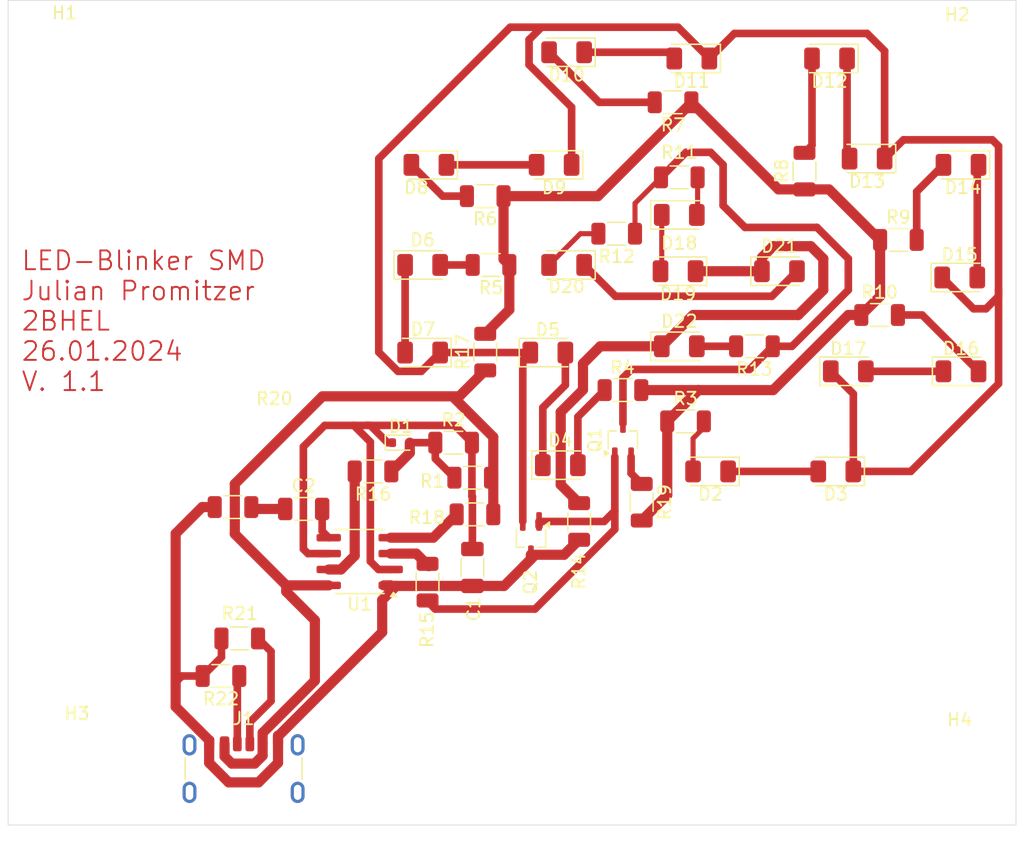
<source format=kicad_pcb>
(kicad_pcb (version 20240108) (generator "pcbnew") (generator_version "8.0")
  (layers (0 "F.Cu" signal) (31 "B.Cu" signal) (34 "B.Paste" user) (35 "F.Paste" user) (36 "B.SilkS" user "B.Silkscreen") (37 "F.SilkS" user "F.Silkscreen") (38 "B.Mask" user) (39 "F.Mask" user) (44 "Edge.Cuts" user))
  (net 0 "")
  (net 1 "GND")
  (net 2 "Net-(D1-K)")
  (net 3 "Net-(U1-CV)")
  (net 4 "Net-(D1-A)")
  (net 5 "Net-(D2-A)")
  (net 6 "Net-(D2-K)")
  (net 7 "Net-(D11-K)")
  (net 8 "Net-(D4-K)")
  (net 9 "Net-(D4-A)")
  (net 10 "Net-(D6-A)")
  (net 11 "Net-(D6-K)")
  (net 12 "Net-(D8-K)")
  (net 13 "Net-(D8-A)")
  (net 14 "Net-(D10-A)")
  (net 15 "Net-(D10-K)")
  (net 16 "Net-(D12-K)")
  (net 17 "Net-(D12-A)")
  (net 18 "Net-(D14-A)")
  (net 19 "Net-(D14-K)")
  (net 20 "Net-(D16-A)")
  (net 21 "Net-(D16-K)")
  (net 22 "Net-(D18-A)")
  (net 23 "Net-(D18-K)")
  (net 24 "Net-(D20-A)")
  (net 25 "Net-(D20-K)")
  (net 26 "Net-(D22-A)")
  (net 31 "Net-(J1-CC1)")
  (net 32 "+5V")
  (net 33 "Net-(J1-CC2)")
  (net 34 "Net-(Q1-G)")
  (net 35 "Net-(Q1-S)")
  (net 36 "Net-(U1-Q)")
  (net 37 "Net-(U1-DIS)")
  (net 38 "Net-(Q1-D)")
  (net 39 "Net-(U1-R)")
  (footprint "LED_SMD:LED_1206_3216Metric" (layer "F.Cu") (at 154.606876 107.149899)
    (property "Reference" "D21" (at 0 -2 0) (layer "F.SilkS"))
    (property "Value" "LED grün (innen)")
    (pad "1" smd roundrect (at -1.4 0) (size 1.25 1.75) (layers "F.Cu" "F.Paste" "F.Mask") (roundrect_rratio 0.2) (net 1 "GND"))
    (pad "2" smd roundrect (at 1.4 0) (size 1.25 1.75) (layers "F.Cu" "F.Paste" "F.Mask") (roundrect_rratio 0.2) (net 25 "Net-(D20-K)"))
  )
  (footprint "Resistor_SMD:R_1206_3216Metric" (layer "F.Cu") (at 111.5 136.5 180)
    (property "Reference" "R21" (at 0 2 360) (layer "F.SilkS"))
    (property "Value" "5,1 k")
    (pad "1" smd roundrect (at -1.4625 0 180) (size 1.125 1.75) (layers "F.Cu" "F.Paste" "F.Mask") (roundrect_rratio 0.222222) (net 33 "Net-(J1-CC2)"))
    (pad "2" smd roundrect (at 1.4625 0 180) (size 1.125 1.75) (layers "F.Cu" "F.Paste" "F.Mask") (roundrect_rratio 0.222222) (net 1 "GND"))
  )
  (footprint "Package_TO_SOT_SMD:SOT-323_SC-70_Handsoldering" (layer "F.Cu") (at 134.756876 128.479899 -90)
    (property "Reference" "Q2" (at 3.527515 0.044858 90) (layer "F.SilkS"))
    (property "Value" "QM6006D")
    (pad "1" smd roundrect (at -1.33 -0.65 180) (size 0.45 1.5) (layers "F.Cu" "F.Paste" "F.Mask") (net 34 "Net-(Q1-G)"))
    (pad "2" smd roundrect (at -1.33 0.65 180) (size 0.45 1.5) (layers "F.Cu" "F.Paste" "F.Mask") (net 7 "Net-(D11-K)"))
    (pad "3" smd roundrect (at 1.33 0 180) (size 0.45 1.5) (layers "F.Cu" "F.Paste" "F.Mask") (net 1 "GND"))
  )
  (footprint "Resistor_SMD:R_1206_3216Metric" (layer "F.Cu") (at 146.606876 99.649899)
    (property "Reference" "R11" (at 0 -2 0) (layer "F.SilkS"))
    (property "Value" "82 R")
    (pad "1" smd roundrect (at -1.4625 0) (size 1.125 1.75) (layers "F.Cu" "F.Paste" "F.Mask") (roundrect_rratio 0.2222222222) (net 35 "Net-(Q1-S)"))
    (pad "2" smd roundrect (at 1.4625 0) (size 1.125 1.75) (layers "F.Cu" "F.Paste" "F.Mask") (roundrect_rratio 0.2222222222) (net 22 "Net-(D18-A)"))
  )
  (footprint "LED_SMD:LED_1206_3216Metric" (layer "F.Cu") (at 137.606876 89.649899 180)
    (property "Reference" "D10" (at 0 -1.82 0) (layer "F.SilkS"))
    (property "Value" "LED grün")
    (pad "1" smd roundrect (at -1.4 0 180) (size 1.25 1.75) (layers "F.Cu" "F.Paste" "F.Mask") (roundrect_rratio 0.2) (net 15 "Net-(D10-K)"))
    (pad "2" smd roundrect (at 1.4 0 180) (size 1.25 1.75) (layers "F.Cu" "F.Paste" "F.Mask") (roundrect_rratio 0.2) (net 14 "Net-(D10-A)"))
  )
  (footprint "MountingHole:MountingHole_3mm" (layer "F.Cu") (at 168.800162 90.649899)
    (property "Reference" "H2" (at 0 -4 0) (layer "F.SilkS"))
    (property "Value" "MountingHole")
    (pad "" np_thru_hole circle (at 0 0) (size 3 3) (drill 3) (layers "*.Cu" "*.Mask"))
  )
  (footprint "Resistor_SMD:R_1206_3216Metric" (layer "F.Cu") (at 130.287278 126.581538 180)
    (property "Reference" "R18" (at 3.844087 -0.246159 0) (layer "F.SilkS"))
    (property "Value" "0 R")
    (pad "1" smd roundrect (at -1.4625 0 180) (size 1.125 1.75) (layers "F.Cu" "F.Paste" "F.Mask") (roundrect_rratio 0.2222222222) (net 32 "+5V"))
    (pad "2" smd roundrect (at 1.4625 0 180) (size 1.125 1.75) (layers "F.Cu" "F.Paste" "F.Mask") (roundrect_rratio 0.2222222222) (net 39 "Net-(U1-R)"))
  )
  (footprint "LED_SMD:LED_1206_3216Metric" (layer "F.Cu") (at 149.106876 123.149899 180)
    (property "Reference" "D2" (at 0 -1.82 0) (layer "F.SilkS"))
    (property "Value" "LED grün" (hide yes))
    (pad "1" smd roundrect (at -1.4 0 180) (size 1.25 1.75) (layers "F.Cu" "F.Paste" "F.Mask") (roundrect_rratio 0.2) (net 6 "Net-(D2-K)"))
    (pad "2" smd roundrect (at 1.4 0 180) (size 1.25 1.75) (layers "F.Cu" "F.Paste" "F.Mask") (roundrect_rratio 0.2) (net 5 "Net-(D2-A)"))
  )
  (footprint "LED_SMD:LED_1206_3216Metric" (layer "F.Cu") (at 160.106876 115.149899)
    (property "Reference" "D17" (at 0 -1.82 0) (layer "F.SilkS"))
    (property "Value" "LED grün")
    (pad "1" smd roundrect (at -1.4 0) (size 1.25 1.75) (layers "F.Cu" "F.Paste" "F.Mask") (roundrect_rratio 0.2) (net 7 "Net-(D11-K)"))
    (pad "2" smd roundrect (at 1.4 0) (size 1.25 1.75) (layers "F.Cu" "F.Paste" "F.Mask") (roundrect_rratio 0.2) (net 21 "Net-(D16-K)"))
  )
  (footprint "Package_TO_SOT_SMD:SOT-323_SC-70_Handsoldering" (layer "F.Cu") (at 142.106876 120.649899 90)
    (property "Reference" "Q1" (at 0 -2.25 90) (layer "F.SilkS"))
    (property "Value" "QM6015D")
    (pad "1" smd roundrect (at -1.33 -0.65) (size 0.45 1.5) (layers "F.Cu" "F.Paste" "F.Mask") (net 34 "Net-(Q1-G)"))
    (pad "2" smd roundrect (at -1.33 0.65) (size 0.45 1.5) (layers "F.Cu" "F.Paste" "F.Mask") (net 38 "Net-(Q1-D)"))
    (pad "3" smd roundrect (at 1.33 0) (size 0.45 1.5) (layers "F.Cu" "F.Paste" "F.Mask") (net 35 "Net-(Q1-S)"))
  )
  (footprint "Resistor_SMD:R_1206_3216Metric" (layer "F.Cu") (at 110.9625 126)
    (property "Reference" "R20" (at 3.300162 -8.670101 0) (layer "F.SilkS"))
    (property "Value" "0 R")
    (pad "1" smd roundrect (at -1.4625 0) (size 1.125 1.75) (layers "F.Cu" "F.Paste" "F.Mask") (roundrect_rratio 0.2222222222) (net 1 "GND"))
    (pad "2" smd roundrect (at 1.4625 0) (size 1.125 1.75) (layers "F.Cu" "F.Paste" "F.Mask") (roundrect_rratio 0.2222222222) (net 1 "GND"))
  )
  (footprint "Resistor_SMD:R_1206_3216Metric" (layer "F.Cu") (at 131.569376 106.649899 180)
    (property "Reference" "R5" (at 0 -1.82 0) (layer "F.SilkS"))
    (property "Value" "82 R")
    (pad "1" smd roundrect (at -1.4625 0 180) (size 1.125 1.75) (layers "F.Cu" "F.Paste" "F.Mask") (roundrect_rratio 0.2222222222) (net 32 "+5V"))
    (pad "2" smd roundrect (at 1.4625 0 180) (size 1.125 1.75) (layers "F.Cu" "F.Paste" "F.Mask") (roundrect_rratio 0.2222222222) (net 10 "Net-(D6-A)"))
  )
  (footprint "Resistor_SMD:R_1206_3216Metric" (layer "F.Cu") (at 131.106876 101.149899 180)
    (property "Reference" "R6" (at 0 -1.82 0) (layer "F.SilkS"))
    (property "Value" "82 R")
    (pad "1" smd roundrect (at -1.4625 0 180) (size 1.125 1.75) (layers "F.Cu" "F.Paste" "F.Mask") (roundrect_rratio 0.2222222222) (net 32 "+5V"))
    (pad "2" smd roundrect (at 1.4625 0 180) (size 1.125 1.75) (layers "F.Cu" "F.Paste" "F.Mask") (roundrect_rratio 0.2222222222) (net 13 "Net-(D8-A)"))
  )
  (footprint "Resistor_SMD:R_1206_3216Metric" (layer "F.Cu") (at 164.106876 104.649899)
    (property "Reference" "R9" (at 0 -1.82 0) (layer "F.SilkS"))
    (property "Value" "82 R")
    (pad "1" smd roundrect (at -1.4625 0) (size 1.125 1.75) (layers "F.Cu" "F.Paste" "F.Mask") (roundrect_rratio 0.2222222222) (net 32 "+5V"))
    (pad "2" smd roundrect (at 1.4625 0) (size 1.125 1.75) (layers "F.Cu" "F.Paste" "F.Mask") (roundrect_rratio 0.2222222222) (net 18 "Net-(D14-A)"))
  )
  (footprint "LED_SMD:LED_1206_3216Metric" (layer "F.Cu") (at 136.106876 113.649899)
    (property "Reference" "D5" (at 0 -1.82 0) (layer "F.SilkS"))
    (property "Value" "LED grün")
    (pad "1" smd roundrect (at -1.4 0) (size 1.25 1.75) (layers "F.Cu" "F.Paste" "F.Mask") (roundrect_rratio 0.2) (net 7 "Net-(D11-K)"))
    (pad "2" smd roundrect (at 1.4 0) (size 1.25 1.75) (layers "F.Cu" "F.Paste" "F.Mask") (roundrect_rratio 0.2) (net 8 "Net-(D4-K)"))
  )
  (footprint "LED_SMD:LED_1206_3216Metric" (layer "F.Cu") (at 146.606876 113.149899)
    (property "Reference" "D22" (at 0 -2 0) (layer "F.SilkS"))
    (property "Value" "LED grün (innen)")
    (pad "1" smd roundrect (at -1.4 0) (size 1.25 1.75) (layers "F.Cu" "F.Paste" "F.Mask") (roundrect_rratio 0.2) (net 1 "GND"))
    (pad "2" smd roundrect (at 1.4 0) (size 1.25 1.75) (layers "F.Cu" "F.Paste" "F.Mask") (roundrect_rratio 0.2) (net 26 "Net-(D22-A)"))
  )
  (footprint "LED_SMD:LED_1206_3216Metric" (layer "F.Cu") (at 136.606876 98.649899 180)
    (property "Reference" "D9" (at 0 -1.82 0) (layer "F.SilkS"))
    (property "Value" "LED grün")
    (pad "1" smd roundrect (at -1.4 0 180) (size 1.25 1.75) (layers "F.Cu" "F.Paste" "F.Mask") (roundrect_rratio 0.2) (net 7 "Net-(D11-K)"))
    (pad "2" smd roundrect (at 1.4 0 180) (size 1.25 1.75) (layers "F.Cu" "F.Paste" "F.Mask") (roundrect_rratio 0.2) (net 12 "Net-(D8-K)"))
  )
  (footprint "LED_SMD:LED_1206_3216Metric" (layer "F.Cu") (at 126.606876 98.649899 180)
    (property "Reference" "D8" (at 1 -1.82 0) (layer "F.SilkS"))
    (property "Value" "LED grün")
    (pad "1" smd roundrect (at -1.4 0 180) (size 1.25 1.75) (layers "F.Cu" "F.Paste" "F.Mask") (roundrect_rratio 0.2) (net 12 "Net-(D8-K)"))
    (pad "2" smd roundrect (at 1.4 0 180) (size 1.25 1.75) (layers "F.Cu" "F.Paste" "F.Mask") (roundrect_rratio 0.2) (net 13 "Net-(D8-A)"))
  )
  (footprint "Resistor_SMD:R_1206_3216Metric" (layer "F.Cu") (at 122.144376 123.149899 180)
    (property "Reference" "R16" (at 0 -1.82 0) (layer "F.SilkS"))
    (property "Value" "0 R")
    (pad "1" smd roundrect (at -1.4625 0 180) (size 1.125 1.75) (layers "F.Cu" "F.Paste" "F.Mask") (roundrect_rratio 0.2222222222) (net 4 "Net-(D1-A)"))
    (pad "2" smd roundrect (at 1.4625 0 180) (size 1.125 1.75) (layers "F.Cu" "F.Paste" "F.Mask") (roundrect_rratio 0.2222222222) (net 37 "Net-(U1-DIS)"))
  )
  (footprint "LED_SMD:LED_1206_3216Metric" (layer "F.Cu") (at 158.606876 90.149899 180)
    (property "Reference" "D12" (at 0 -1.82 0) (layer "F.SilkS"))
    (property "Value" "LED grün")
    (pad "1" smd roundrect (at -1.4 0 180) (size 1.25 1.75) (layers "F.Cu" "F.Paste" "F.Mask") (roundrect_rratio 0.2) (net 16 "Net-(D12-K)"))
    (pad "2" smd roundrect (at 1.4 0 180) (size 1.25 1.75) (layers "F.Cu" "F.Paste" "F.Mask") (roundrect_rratio 0.2) (net 17 "Net-(D12-A)"))
  )
  (footprint "LED_SMD:LED_1206_3216Metric" (layer "F.Cu") (at 137.106876 122.649899)
    (property "Reference" "D4" (at 0 -2 0) (layer "F.SilkS"))
    (property "Value" "LED grün")
    (pad "1" smd roundrect (at -1.4 0) (size 1.25 1.75) (layers "F.Cu" "F.Paste" "F.Mask") (roundrect_rratio 0.2) (net 8 "Net-(D4-K)"))
    (pad "2" smd roundrect (at 1.4 0) (size 1.25 1.75) (layers "F.Cu" "F.Paste" "F.Mask") (roundrect_rratio 0.2) (net 9 "Net-(D4-A)"))
  )
  (footprint "Resistor_SMD:R_1206_3216Metric" (layer "F.Cu") (at 142.106876 116.649899 180)
    (property "Reference" "R4" (at 0.030922 1.8042 0) (layer "F.SilkS"))
    (property "Value" "82 R")
    (pad "1" smd roundrect (at -1.4625 0 180) (size 1.125 1.75) (layers "F.Cu" "F.Paste" "F.Mask") (roundrect_rratio 0.2222222222) (net 32 "+5V"))
    (pad "2" smd roundrect (at 1.4625 0 180) (size 1.125 1.75) (layers "F.Cu" "F.Paste" "F.Mask") (roundrect_rratio 0.2222222222) (net 9 "Net-(D4-A)"))
  )
  (footprint "LED_SMD:LED_1206_3216Metric" (layer "F.Cu") (at 137.606876 106.649899 180)
    (property "Reference" "D20" (at 0 -1.72 0) (layer "F.SilkS"))
    (property "Value" "LED grün (innen)")
    (pad "1" smd roundrect (at -1.4 0 180) (size 1.25 1.75) (layers "F.Cu" "F.Paste" "F.Mask") (roundrect_rratio 0.2) (net 25 "Net-(D20-K)"))
    (pad "2" smd roundrect (at 1.4 0 180) (size 1.25 1.75) (layers "F.Cu" "F.Paste" "F.Mask") (roundrect_rratio 0.2) (net 24 "Net-(D20-A)"))
  )
  (footprint "LED_SMD:LED_1206_3216Metric" (layer "F.Cu") (at 147.606876 90.149899 180)
    (property "Reference" "D11" (at 0 -1.82 0) (layer "F.SilkS"))
    (property "Value" "LED grün")
    (pad "1" smd roundrect (at -1.4 0 180) (size 1.25 1.75) (layers "F.Cu" "F.Paste" "F.Mask") (roundrect_rratio 0.2) (net 7 "Net-(D11-K)"))
    (pad "2" smd roundrect (at 1.4 0 180) (size 1.25 1.75) (layers "F.Cu" "F.Paste" "F.Mask") (roundrect_rratio 0.2) (net 15 "Net-(D10-K)"))
  )
  (footprint "LED_SMD:LED_1206_3216Metric" (layer "F.Cu") (at 169.106876 98.649899 180)
    (property "Reference" "D14" (at -0.15 -1.805 0) (layer "F.SilkS"))
    (property "Value" "LED grün")
    (pad "1" smd roundrect (at -1.4 0 180) (size 1.25 1.75) (layers "F.Cu" "F.Paste" "F.Mask") (roundrect_rratio 0.2) (net 19 "Net-(D14-K)"))
    (pad "2" smd roundrect (at 1.4 0 180) (size 1.25 1.75) (layers "F.Cu" "F.Paste" "F.Mask") (roundrect_rratio 0.2) (net 18 "Net-(D14-A)"))
  )
  (footprint "Resistor_SMD:R_1206_3216Metric" (layer "F.Cu") (at 128.581876 120.852399)
    (property "Reference" "R2" (at 0 -1.82 0) (layer "F.SilkS"))
    (property "Value" "31,6 k")
    (pad "1" smd roundrect (at -1.4625 0) (size 1.125 1.75) (layers "F.Cu" "F.Paste" "F.Mask") (roundrect_rratio 0.2222222222) (net 4 "Net-(D1-A)"))
    (pad "2" smd roundrect (at 1.4625 0) (size 1.125 1.75) (layers "F.Cu" "F.Paste" "F.Mask") (roundrect_rratio 0.2222222222) (net 2 "Net-(D1-K)"))
  )
  (footprint "Resistor_SMD:R_1206_3216Metric" (layer "F.Cu") (at 130.106876 123.649899 180)
    (property "Reference" "R1" (at 3.226841 -0.275908 0) (layer "F.SilkS"))
    (property "Value" "53,6 k")
    (pad "1" smd roundrect (at -1.4625 0 180) (size 1.125 1.75) (layers "F.Cu" "F.Paste" "F.Mask") (roundrect_rratio 0.2222222222) (net 32 "+5V"))
    (pad "2" smd roundrect (at 1.4625 0 180) (size 1.125 1.75) (layers "F.Cu" "F.Paste" "F.Mask") (roundrect_rratio 0.2222222222) (net 4 "Net-(D1-A)"))
  )
  (footprint "Resistor_SMD:R_1206_3216Metric" (layer "F.Cu") (at 146.106876 93.649899 180)
    (property "Reference" "R7" (at 0 -1.82 0) (layer "F.SilkS"))
    (property "Value" "82 R")
    (pad "1" smd roundrect (at -1.4625 0 180) (size 1.125 1.75) (layers "F.Cu" "F.Paste" "F.Mask") (roundrect_rratio 0.2222222222) (net 32 "+5V"))
    (pad "2" smd roundrect (at 1.4625 0 180) (size 1.125 1.75) (layers "F.Cu" "F.Paste" "F.Mask") (roundrect_rratio 0.2222222222) (net 14 "Net-(D10-A)"))
  )
  (footprint "Resistor_SMD:R_1206_3216Metric" (layer "F.Cu") (at 162.606876 110.649899)
    (property "Reference" "R10" (at 0 -1.82 0) (layer "F.SilkS"))
    (property "Value" "82 R")
    (pad "1" smd roundrect (at -1.4625 0) (size 1.125 1.75) (layers "F.Cu" "F.Paste" "F.Mask") (roundrect_rratio 0.2222222222) (net 32 "+5V"))
    (pad "2" smd roundrect (at 1.4625 0) (size 1.125 1.75) (layers "F.Cu" "F.Paste" "F.Mask") (roundrect_rratio 0.2222222222) (net 20 "Net-(D16-A)"))
  )
  (footprint "Diode_SMD:D_SOD-523" (layer "F.Cu") (at 124.381876 120.852399)
    (property "Reference" "D1" (at 0 -1.3 0) (layer "F.SilkS"))
    (property "Value" "D_Schottky")
    (pad "1" smd roundrect (at -0.7 0 180) (size 0.6 0.7) (layers "F.Cu" "F.Paste" "F.Mask") (net 2 "Net-(D1-K)"))
    (pad "2" smd roundrect (at 0.7 0 180) (size 0.6 0.7) (layers "F.Cu" "F.Paste" "F.Mask") (net 4 "Net-(D1-A)"))
  )
  (footprint "LED_SMD:LED_1206_3216Metric" (layer "F.Cu") (at 161.606876 98.149899 180)
    (property "Reference" "D13" (at 0 -1.82 0) (layer "F.SilkS"))
    (property "Value" "LED grün")
    (pad "1" smd roundrect (at -1.4 0 180) (size 1.25 1.75) (layers "F.Cu" "F.Paste" "F.Mask") (roundrect_rratio 0.2) (net 7 "Net-(D11-K)"))
    (pad "2" smd roundrect (at 1.4 0 180) (size 1.25 1.75) (layers "F.Cu" "F.Paste" "F.Mask") (roundrect_rratio 0.2) (net 16 "Net-(D12-K)"))
  )
  (footprint "MountingHole:MountingHole_3mm" (layer "F.Cu") (at 169 147)
    (property "Reference" "H4" (at 0 -4 0) (layer "F.SilkS"))
    (property "Value" "MountingHole")
    (pad "" np_thru_hole circle (at 0 0) (size 3 3) (drill 3) (layers "*.Cu" "*.Mask"))
  )
  (footprint "Resistor_SMD:R_1206_3216Metric" (layer "F.Cu") (at 143.606876 125.612399 -90)
    (property "Reference" "R19" (at 0 -1.82 90) (layer "F.SilkS"))
    (property "Value" "0 R")
    (pad "1" smd roundrect (at -1.4625 0 270) (size 1.125 1.75) (layers "F.Cu" "F.Paste" "F.Mask") (roundrect_rratio 0.2222222222) (net 38 "Net-(Q1-D)"))
    (pad "2" smd roundrect (at 1.4625 0 270) (size 1.125 1.75) (layers "F.Cu" "F.Paste" "F.Mask") (roundrect_rratio 0.2222222222) (net 32 "+5V"))
  )
  (footprint "MountingHole:MountingHole_3mm" (layer "F.Cu") (at 98.5 146.5)
    (property "Reference" "H3" (at 0 -4 0) (layer "F.SilkS"))
    (property "Value" "MountingHole")
    (pad "" np_thru_hole circle (at 0 0) (size 3 3) (drill 3) (layers "*.Cu" "*.Mask"))
  )
  (footprint "Resistor_SMD:R_1206_3216Metric" (layer "F.Cu") (at 141.606876 104.149899 180)
    (property "Reference" "R12" (at 0 -1.82 0) (layer "F.SilkS"))
    (property "Value" "82 R")
    (pad "1" smd roundrect (at -1.4625 0 180) (size 1.125 1.75) (layers "F.Cu" "F.Paste" "F.Mask") (roundrect_rratio 0.2222222222) (net 35 "Net-(Q1-S)"))
    (pad "2" smd roundrect (at 1.4625 0 180) (size 1.125 1.75) (layers "F.Cu" "F.Paste" "F.Mask") (roundrect_rratio 0.2222222222) (net 24 "Net-(D20-A)"))
  )
  (footprint "LED_SMD:LED_1206_3216Metric" (layer "F.Cu") (at 169.106876 115.149899)
    (property "Reference" "D16" (at 0 -1.82 0) (layer "F.SilkS"))
    (property "Value" "LED grün")
    (pad "1" smd roundrect (at -1.4 0) (size 1.25 1.75) (layers "F.Cu" "F.Paste" "F.Mask") (roundrect_rratio 0.2) (net 21 "Net-(D16-K)"))
    (pad "2" smd roundrect (at 1.4 0) (size 1.25 1.75) (layers "F.Cu" "F.Paste" "F.Mask") (roundrect_rratio 0.2) (net 20 "Net-(D16-A)"))
  )
  (footprint "Package_SO:SOIC-8_3.9x4.9mm_P1.27mm" (layer "F.Cu") (at 121.081876 130.352399 180)
    (property "Reference" "U1" (at 0 -3.4 0) (layer "F.SilkS"))
    (property "Value" "LM555xM")
    (pad "1" smd roundrect (at -2.475 -1.905 180) (size 1.95 0.6) (layers "F.Cu" "F.Paste" "F.Mask") (net 1 "GND"))
    (pad "2" smd roundrect (at -2.475 -0.635 180) (size 1.95 0.6) (layers "F.Cu" "F.Paste" "F.Mask") (net 2 "Net-(D1-K)"))
    (pad "3" smd roundrect (at -2.475 0.635 180) (size 1.95 0.6) (layers "F.Cu" "F.Paste" "F.Mask") (net 36 "Net-(U1-Q)"))
    (pad "4" smd roundrect (at -2.475 1.905 180) (size 1.95 0.6) (layers "F.Cu" "F.Paste" "F.Mask") (net 39 "Net-(U1-R)"))
    (pad "5" smd roundrect (at 2.475 1.905 180) (size 1.95 0.6) (layers "F.Cu" "F.Paste" "F.Mask") (net 3 "Net-(U1-CV)"))
    (pad "6" smd roundrect (at 2.475 0.635 180) (size 1.95 0.6) (layers "F.Cu" "F.Paste" "F.Mask") (net 2 "Net-(D1-K)"))
    (pad "7" smd roundrect (at 2.475 -0.635 180) (size 1.95 0.6) (layers "F.Cu" "F.Paste" "F.Mask") (net 37 "Net-(U1-DIS)"))
    (pad "8" smd roundrect (at 2.475 -1.905 180) (size 1.95 0.6) (layers "F.Cu" "F.Paste" "F.Mask") (net 32 "+5V"))
  )
  (footprint "Resistor_SMD:R_1206_3216Metric" (layer "F.Cu") (at 131.106876 113.612399 90)
    (property "Reference" "R17" (at 0 -1.82 90) (layer "F.SilkS"))
    (property "Value" "0 R")
    (pad "1" smd roundrect (at -1.4625 0 90) (size 1.125 1.75) (layers "F.Cu" "F.Paste" "F.Mask") (roundrect_rratio 0.2222222222) (net 32 "+5V"))
    (pad "2" smd roundrect (at 1.4625 0 90) (size 1.125 1.75) (layers "F.Cu" "F.Paste" "F.Mask") (roundrect_rratio 0.2222222222) (net 32 "+5V"))
  )
  (footprint "Capacitor_SMD:C_1206_3216Metric" (layer "F.Cu") (at 130.081876 130.827399 90)
    (property "Reference" "C1" (at -3.33303 0.10569 90) (layer "F.SilkS"))
    (property "Value" "10µF")
    (pad "1" smd roundrect (at -1.475 0 90) (size 1.15 1.8) (layers "F.Cu" "F.Paste" "F.Mask") (roundrect_rratio 0.2173913043) (net 1 "GND"))
    (pad "2" smd roundrect (at 1.475 0 90) (size 1.15 1.8) (layers "F.Cu" "F.Paste" "F.Mask") (roundrect_rratio 0.2173913043) (net 2 "Net-(D1-K)"))
  )
  (footprint "Resistor_SMD:R_1206_3216Metric" (layer "F.Cu") (at 152.606876 113.149899 180)
    (property "Reference" "R13" (at 0 -1.82 0) (layer "F.SilkS"))
    (property "Value" "287 R")
    (pad "1" smd roundrect (at -1.4625 0 180) (size 1.125 1.75) (layers "F.Cu" "F.Paste" "F.Mask") (roundrect_rratio 0.2222222222) (net 35 "Net-(Q1-S)"))
    (pad "2" smd roundrect (at 1.4625 0 180) (size 1.125 1.75) (layers "F.Cu" "F.Paste" "F.Mask") (roundrect_rratio 0.2222222222) (net 26 "Net-(D22-A)"))
  )
  (footprint "LED_SMD:LED_1206_3216Metric" (layer "F.Cu") (at 146.606876 102.649899)
    (property "Reference" "D18" (at 0 2.26 0) (layer "F.SilkS"))
    (property "Value" "LED grün (innen)")
    (pad "1" smd roundrect (at -1.4 0) (size 1.25 1.75) (layers "F.Cu" "F.Paste" "F.Mask") (roundrect_rratio 0.2) (net 23 "Net-(D18-K)"))
    (pad "2" smd roundrect (at 1.4 0) (size 1.25 1.75) (layers "F.Cu" "F.Paste" "F.Mask") (roundrect_rratio 0.2) (net 22 "Net-(D18-A)"))
  )
  (footprint "MountingHole:MountingHole_3mm" (layer "F.Cu") (at 97.5 90.5)
    (property "Reference" "H1" (at 0 -4 0) (layer "F.SilkS"))
    (property "Value" "MountingHole")
    (pad "" np_thru_hole circle (at 0 0) (size 3 3) (drill 3) (layers "*.Cu" "*.Mask"))
  )
  (footprint "Resistor_SMD:R_1206_3216Metric" (layer "F.Cu") (at 156.606876 99.149899 90)
    (property "Reference" "R8" (at 0 -1.82 90) (layer "F.SilkS"))
    (property "Value" "82 R")
    (pad "1" smd roundrect (at -1.4625 0 90) (size 1.125 1.75) (layers "F.Cu" "F.Paste" "F.Mask") (roundrect_rratio 0.2222222222) (net 32 "+5V"))
    (pad "2" smd roundrect (at 1.4625 0 90) (size 1.125 1.75) (layers "F.Cu" "F.Paste" "F.Mask") (roundrect_rratio 0.2222222222) (net 17 "Net-(D12-A)"))
  )
  (footprint "Resistor_SMD:R_1206_3216Metric" (layer "F.Cu") (at 126.5 132 -90)
    (property "Reference" "R15" (at 3.814014 0.038872 90) (layer "F.SilkS"))
    (property "Value" "0 R")
    (pad "1" smd roundrect (at -1.4625 0 270) (size 1.125 1.75) (layers "F.Cu" "F.Paste" "F.Mask") (roundrect_rratio 0.2222222222) (net 36 "Net-(U1-Q)"))
    (pad "2" smd roundrect (at 1.4625 0 270) (size 1.125 1.75) (layers "F.Cu" "F.Paste" "F.Mask") (roundrect_rratio 0.2222222222) (net 34 "Net-(Q1-G)"))
  )
  (footprint "LED_SMD:LED_1206_3216Metric" (layer "F.Cu") (at 146.506876 107.149899 180)
    (property "Reference" "D19" (at 0 -1.82 0) (layer "F.SilkS"))
    (property "Value" "LED grün (innen)")
    (pad "1" smd roundrect (at -1.4 0 180) (size 1.25 1.75) (layers "F.Cu" "F.Paste" "F.Mask") (roundrect_rratio 0.2) (net 1 "GND"))
    (pad "2" smd roundrect (at 1.4 0 180) (size 1.25 1.75) (layers "F.Cu" "F.Paste" "F.Mask") (roundrect_rratio 0.2) (net 23 "Net-(D18-K)"))
  )
  (footprint "LED_SMD:LED_1206_3216Metric" (layer "F.Cu") (at 159.106876 123.149899 180)
    (property "Reference" "D3" (at 0 -1.82 0) (layer "F.SilkS"))
    (property "Value" "LED grün" (hide yes))
    (pad "1" smd roundrect (at -1.4 0 180) (size 1.25 1.75) (layers "F.Cu" "F.Paste" "F.Mask") (roundrect_rratio 0.2) (net 7 "Net-(D11-K)"))
    (pad "2" smd roundrect (at 1.4 0 180) (size 1.25 1.75) (layers "F.Cu" "F.Paste" "F.Mask") (roundrect_rratio 0.2) (net 6 "Net-(D2-K)"))
  )
  (footprint "Resistor_SMD:R_1206_3216Metric" (layer "F.Cu") (at 138.606876 127.149899 90)
    (property "Reference" "R14" (at -3.983828 -0.025671 90) (layer "F.SilkS"))
    (property "Value" "0 R")
    (pad "1" smd roundrect (at -1.4625 0 90) (size 1.125 1.75) (layers "F.Cu" "F.Paste" "F.Mask") (roundrect_rratio 0.2222222222) (net 1 "GND"))
    (pad "2" smd roundrect (at 1.4625 0 90) (size 1.125 1.75) (layers "F.Cu" "F.Paste" "F.Mask") (roundrect_rratio 0.2222222222) (net 1 "GND"))
  )
  (footprint "Capacitor_SMD:C_1206_3216Metric" (layer "F.Cu") (at 116.606876 126.149899)
    (property "Reference" "C2" (at 0 -1.85 0) (layer "F.SilkS"))
    (property "Value" "10nF")
    (pad "1" smd roundrect (at -1.475 0) (size 1.15 1.8) (layers "F.Cu" "F.Paste" "F.Mask") (roundrect_rratio 0.2173913043) (net 1 "GND"))
    (pad "2" smd roundrect (at 1.475 0) (size 1.15 1.8) (layers "F.Cu" "F.Paste" "F.Mask") (roundrect_rratio 0.2173913043) (net 3 "Net-(U1-CV)"))
  )
  (footprint "LED_SMD:LED_1206_3216Metric" (layer "F.Cu") (at 126.106876 106.649899)
    (property "Reference" "D6" (at 0 -2 0) (layer "F.SilkS"))
    (property "Value" "LED grün")
    (pad "1" smd roundrect (at -1.4 0) (size 1.25 1.75) (layers "F.Cu" "F.Paste" "F.Mask") (roundrect_rratio 0.2) (net 11 "Net-(D6-K)"))
    (pad "2" smd roundrect (at 1.4 0) (size 1.25 1.75) (layers "F.Cu" "F.Paste" "F.Mask") (roundrect_rratio 0.2) (net 10 "Net-(D6-A)"))
  )
  (footprint "Connector_USB:USB_C_Receptacle_GCT_USB4125-xx-x_6P_TopMnt_Horizontal" (layer "F.Cu") (at 111.806714 148)
    (property "Reference" "J1" (at 0 -5.1 0) (layer "F.SilkS"))
    (property "Value" "USB_C_Receptacle_PowerOnly_6P")
    (pad "A5" smd roundrect (at -0.5 -3.08) (size 0.7 1.2) (layers "F.Cu" "F.Paste" "F.Mask") (net 31 "Net-(J1-CC1)"))
    (pad "A9" smd roundrect (at 1.52 -3.08 180) (size 0.76 1.2) (layers "F.Cu" "F.Paste" "F.Mask") (net 32 "+5V"))
    (pad "A12" smd roundrect (at 2.75 -3.08 180) (size 0.8 1.2) (layers "F.Cu" "F.Paste" "F.Mask") (net 1 "GND"))
    (pad "B5" smd roundrect (at 0.5 -3.08 180) (size 0.7 1.2) (layers "F.Cu" "F.Paste" "F.Mask") (net 33 "Net-(J1-CC2)"))
    (pad "B9" smd roundrect (at -1.52 -3.08) (size 0.76 1.2) (layers "F.Cu" "F.Paste" "F.Mask") (net 32 "+5V"))
    (pad "B12" smd roundrect (at -2.75 -3.08) (size 0.8 1.2) (layers "F.Cu" "F.Paste" "F.Mask") (net 1 "GND"))
    (pad "S1" thru_hole oval (at -4.32 -3) (size 1.1 1.7) (drill oval 0.6 1.2) (layers "*.Cu" "*.Mask" "F.Paste"))
    (pad "S1" thru_hole oval (at -4.32 0.8) (size 1.1 1.7) (drill oval 0.6 1.2) (layers "*.Cu" "*.Mask" "F.Paste"))
    (pad "S1" thru_hole oval (at 4.32 -3) (size 1.1 1.7) (drill oval 0.6 1.2) (layers "*.Cu" "*.Mask" "F.Paste"))
    (pad "S1" thru_hole oval (at 4.32 0.8) (size 1.1 1.7) (drill oval 0.6 1.2) (layers "*.Cu" "*.Mask" "F.Paste"))
  )
  (footprint "Resistor_SMD:R_1206_3216Metric" (layer "F.Cu") (at 110 139.5 180)
    (property "Reference" "R22" (at 0 -1.82 360) (layer "F.SilkS"))
    (property "Value" "5,1 k")
    (pad "1" smd roundrect (at -1.4625 0 180) (size 1.125 1.75) (layers "F.Cu" "F.Paste" "F.Mask") (roundrect_rratio 0.222222) (net 31 "Net-(J1-CC1)"))
    (pad "2" smd roundrect (at 1.4625 0 180) (size 1.125 1.75) (layers "F.Cu" "F.Paste" "F.Mask") (roundrect_rratio 0.222222) (net 1 "GND"))
  )
  (footprint "Resistor_SMD:R_1206_3216Metric" (layer "F.Cu") (at 147.106876 119.149899)
    (property "Reference" "R3" (at 0 -1.82 0) (layer "F.SilkS"))
    (property "Value" "82 R")
    (pad "1" smd roundrect (at -1.4625 0) (size 1.125 1.75) (layers "F.Cu" "F.Paste" "F.Mask") (roundrect_rratio 0.2222222222) (net 32 "+5V"))
    (pad "2" smd roundrect (at 1.4625 0) (size 1.125 1.75) (layers "F.Cu" "F.Paste" "F.Mask") (roundrect_rratio 0.2222222222) (net 5 "Net-(D2-A)"))
  )
  (footprint "LED_SMD:LED_1206_3216Metric" (layer "F.Cu") (at 169.006876 107.649899)
    (property "Reference" "D15" (at 0 -1.82 0) (layer "F.SilkS"))
    (property "Value" "LED grün")
    (pad "1" smd roundrect (at -1.4 0) (size 1.25 1.75) (layers "F.Cu" "F.Paste" "F.Mask") (roundrect_rratio 0.2) (net 7 "Net-(D11-K)"))
    (pad "2" smd roundrect (at 1.4 0) (size 1.25 1.75) (layers "F.Cu" "F.Paste" "F.Mask") (roundrect_rratio 0.2) (net 19 "Net-(D14-K)"))
  )
  (footprint "LED_SMD:LED_1206_3216Metric" (layer "F.Cu") (at 126.106876 113.649899 180)
    (property "Reference" "D7" (at -0.025977 1.867183 180) (layer "F.SilkS"))
    (property "Value" "LED grün" (hide yes))
    (pad "1" smd roundrect (at -1.4 0 180) (size 1.25 1.75) (layers "F.Cu" "F.Paste" "F.Mask") (roundrect_rratio 0.2) (net 7 "Net-(D11-K)"))
    (pad "2" smd roundrect (at 1.4 0 180) (size 1.25 1.75) (layers "F.Cu" "F.Paste" "F.Mask") (roundrect_rratio 0.2) (net 11 "Net-(D6-K)"))
  )
  (gr_rect (start 93 85.5) (end 173.5 151.410843) (stroke (width 0.05)) (fill none) (layer "Edge.Cuts"))
  (gr_text "LED-Blinker SMD\nJulian Promitzer\n2BHEL\n26.01.2024\nV. 1.1" (at 93.98 116.84 0) (layer "F.Cu") (effects (font (size 1.5 1.5)) (justify left bottom)))
  (segment (start 109.056714 144.634603) (end 108.211055 143.788945) (width 0.8128) (layer "F.Cu") (net 1))
  (segment (start 138.914534 114.535527) (end 140.300162 113.149899) (width 0.8128) (layer "F.Cu") (net 1))
  (segment (start 123.601876 132.302399) (end 123.556876 132.257399) (width 0.8128) (layer "F.Cu") (net 1))
  (segment (start 156.106876 110.649899) (end 158.106876 108.649899) (width 0.8128) (layer "F.Cu") (net 1))
  (segment (start 109.056714 144.92) (end 109.056714 146.443286) (width 0.8128) (layer "F.Cu") (net 1))
  (segment (start 124 132.302399) (end 123.601876 132.302399) (width 0.8128) (layer "F.Cu") (net 1))
  (segment (start 158.106876 106.149899) (end 157.106876 105.149899) (width 0.8128) (layer "F.Cu") (net 1))
  (segment (start 132.614376 132.302399) (end 134.186876 130.729899) (width 0.8128) (layer "F.Cu") (net 1))
  (segment (start 106.381714 141.959603) (end 106.381714 140) (width 0.8128) (layer "F.Cu") (net 1))
  (segment (start 115.131876 126.149899) (end 112.606876 126.149899) (width 0.8128) (layer "F.Cu") (net 1))
  (segment (start 114.556714 146.443286) (end 114.556714 144.92) (width 0.8128) (layer "F.Cu") (net 1))
  (segment (start 108.5 126) (end 109.5 126) (width 0.8128) (layer "F.Cu") (net 1))
  (segment (start 114.556714 144.25) (end 114.556714 144.92) (width 0.8128) (layer "F.Cu") (net 1))
  (segment (start 106.381714 128.118286) (end 108.5 126) (width 0.8128) (layer "F.Cu") (net 1))
  (segment (start 137.136142 118.407833) (end 138.914534 116.629441) (width 0.8128) (layer "F.Cu") (net 1))
  (segment (start 147.706876 110.649899) (end 156.106876 110.649899) (width 0.8128) (layer "F.Cu") (net 1))
  (segment (start 113 148) (end 114.556714 146.443286) (width 0.8128) (layer "F.Cu") (net 1))
  (segment (start 134.756876 129.809899) (end 134.756876 130.159899) (width 0.8128) (layer "F.Cu") (net 1))
  (segment (start 158.106876 108.649899) (end 158.106876 106.149899) (width 0.8128) (layer "F.Cu") (net 1))
  (segment (start 108.211055 143.788945) (end 106.381714 141.959603) (width 0.8128) (layer "F.Cu") (net 1))
  (segment (start 109.056714 144.92) (end 109.056714 144.634603) (width 0.8128) (layer "F.Cu") (net 1))
  (segment (start 140.300162 113.149899) (end 145.206876 113.149899) (width 0.8128) (layer "F.Cu") (net 1))
  (segment (start 110.613428 148) (end 113 148) (width 0.8128) (layer "F.Cu") (net 1))
  (segment (start 130.081876 132.302399) (end 124 132.302399) (width 0.8128) (layer "F.Cu") (net 1))
  (segment (start 138.914534 116.629441) (end 138.914534 114.535527) (width 0.8128) (layer "F.Cu") (net 1))
  (segment (start 122.876714 136) (end 122.876714 133.425685) (width 0.8128) (layer "F.Cu") (net 1))
  (segment (start 114.556714 144.32) (end 122.876714 136) (width 0.8128) (layer "F.Cu") (net 1))
  (segment (start 123.556876 132.257399) (end 122.999376 132.257399) (width 0.8128) (layer "F.Cu") (net 1))
  (segment (start 137.409376 129.809899) (end 138.606876 128.612399) (width 0.8128) (layer "F.Cu") (net 1))
  (segment (start 106.381714 140) (end 106.381714 128.118286) (width 0.8128) (layer "F.Cu") (net 1))
  (segment (start 134.186876 130.729899) (end 135.106876 129.809899) (width 0.8128) (layer "F.Cu") (net 1))
  (segment (start 108.5375 139.5) (end 106.881714 139.5) (width 0.6096) (layer "F.Cu") (net 1))
  (segment (start 134.756876 129.809899) (end 135.106876 129.809899) (width 0.8128) (layer "F.Cu") (net 1))
  (segment (start 145.206876 113.149899) (end 147.706876 110.649899) (width 0.8128) (layer "F.Cu") (net 1))
  (segment (start 153.206876 106.049899) (end 153.206876 107.149899) (width 0.8128) (layer "F.Cu") (net 1))
  (segment (start 114.556714 144.92) (end 114.556714 144.32) (width 0.8128) (layer "F.Cu") (net 1))
  (segment (start 110.0375 136.5) (end 110.0375 138) (width 0.6096) (layer "F.Cu") (net 1))
  (segment (start 109.056714 146.443286) (end 110.613428 148) (width 0.8128) (layer "F.Cu") (net 1))
  (segment (start 134.756876 130.159899) (end 134.186876 130.729899) (width 0.8128) (layer "F.Cu") (net 1))
  (segment (start 106.881714 139.5) (end 106.381714 140) (width 0.6096) (layer "F.Cu") (net 1))
  (segment (start 135.106876 129.809899) (end 137.409376 129.809899) (width 0.8128) (layer "F.Cu") (net 1))
  (segment (start 138.606876 125.687399) (end 137.136142 124.216665) (width 0.8128) (layer "F.Cu") (net 1))
  (segment (start 154.106876 105.149899) (end 153.206876 106.049899) (width 0.8128) (layer "F.Cu") (net 1))
  (segment (start 147.906876 107.149899) (end 153.206876 107.149899) (width 0.8128) (layer "F.Cu") (net 1))
  (segment (start 157.106876 105.149899) (end 154.106876 105.149899) (width 0.8128) (layer "F.Cu") (net 1))
  (segment (start 130.081876 132.302399) (end 132.614376 132.302399) (width 0.8128) (layer "F.Cu") (net 1))
  (segment (start 137.136142 124.216665) (end 137.136142 118.407833) (width 0.8128) (layer "F.Cu") (net 1))
  (segment (start 110.0375 138) (end 108.5375 139.5) (width 0.6096) (layer "F.Cu") (net 1))
  (segment (start 122.876714 133.425685) (end 124 132.302399) (width 0.8128) (layer "F.Cu") (net 1))
  (segment (start 116.946876 129.717399) (end 118.606876 129.717399) (width 0.6096) (layer "F.Cu") (net 2))
  (segment (start 121.929576 120.795299) (end 120.606876 119.472599) (width 0.6096) (layer "F.Cu") (net 2))
  (segment (start 121.606876 119.472599) (end 121.929576 119.472599) (width 0.6096) (layer "F.Cu") (net 2))
  (segment (start 130.044376 120.852399) (end 128.664576 119.472599) (width 0.6096) (layer "F.Cu") (net 2))
  (segment (start 122.581877 130.987399) (end 121.929576 130.335098) (width 0.6096) (layer "F.Cu") (net 2))
  (segment (start 121.929576 130.335098) (end 121.929576 120.795299) (width 0.6096) (layer "F.Cu") (net 2))
  (segment (start 123.309376 120.852399) (end 123.681876 120.852399) (width 0.6096) (layer "F.Cu") (net 2))
  (segment (start 130.044376 120.852399) (end 130.044376 125.135083) (width 0.6096) (layer "F.Cu") (net 2))
  (segment (start 128.664576 119.472599) (end 121.606876 119.472599) (width 0.6096) (layer "F.Cu") (net 2))
  (segment (start 121.606876 119.472599) (end 120.606876 119.472599) (width 0.6096) (layer "F.Cu") (net 2))
  (segment (start 118.284176 119.472599) (end 116.581876 121.174899) (width 0.6096) (layer "F.Cu") (net 2))
  (segment (start 121.929576 119.472599) (end 123.309376 120.852399) (width 0.6096) (layer "F.Cu") (net 2))
  (segment (start 116.581876 129.352399) (end 116.946876 129.717399) (width 0.6096) (layer "F.Cu") (net 2))
  (segment (start 116.581876 121.174899) (end 116.581876 129.352399) (width 0.6096) (layer "F.Cu") (net 2))
  (segment (start 120.606876 119.472599) (end 118.284176 119.472599) (width 0.6096) (layer "F.Cu") (net 2))
  (segment (start 130.081876 125.172583) (end 130.044376 125.135083) (width 0.6096) (layer "F.Cu") (net 2))
  (segment (start 123.556876 130.987399) (end 122.581877 130.987399) (width 0.6096) (layer "F.Cu") (net 2))
  (segment (start 124.19206 130.987399) (end 123.556876 130.987399) (width 0.6096) (layer "F.Cu") (net 2))
  (segment (start 130.081876 129.352399) (end 130.081876 125.172583) (width 0.6096) (layer "F.Cu") (net 2))
  (segment (start 118.081876 126.149899) (end 118.081876 127.922399) (width 0.6096) (layer "F.Cu") (net 3))
  (segment (start 118.081876 127.922399) (end 118.606876 128.447399) (width 0.6096) (layer "F.Cu") (net 3))
  (segment (start 127.119376 122.124899) (end 128.644376 123.649899) (width 0.6096) (layer "F.Cu") (net 4))
  (segment (start 127.119376 120.852399) (end 127.119376 122.124899) (width 0.6096) (layer "F.Cu") (net 4))
  (segment (start 127.119376 120.852399) (end 125.081876 120.852399) (width 0.6096) (layer "F.Cu") (net 4))
  (segment (start 125.081876 121.674899) (end 125.081876 120.852399) (width 0.8128) (layer "F.Cu") (net 4))
  (segment (start 123.606876 123.149899) (end 125.081876 121.674899) (width 0.8128) (layer "F.Cu") (net 4))
  (segment (start 148.569376 119.149899) (end 148.569376 119.687399) (width 0.4064) (layer "F.Cu") (net 5))
  (segment (start 148.569376 119.649899) (end 147.706876 120.512399) (width 0.4064) (layer "F.Cu") (net 5))
  (segment (start 148.569376 119.149899) (end 148.569376 119.649899) (width 0.4064) (layer "F.Cu") (net 5))
  (segment (start 147.706876 120.512399) (end 147.706876 123.149899) (width 0.4064) (layer "F.Cu") (net 5))
  (segment (start 150.506876 123.149899) (end 157.706876 123.149899) (width 0.6096) (layer "F.Cu") (net 6))
  (segment (start 127.506876 113.649899) (end 134.706876 113.649899) (width 0.6096) (layer "F.Cu") (net 7))
  (segment (start 163.006876 89.549899) (end 163.006876 98.149899) (width 0.6096) (layer "F.Cu") (net 7))
  (segment (start 172.106876 108.649899) (end 172.106876 109.149899) (width 0.6096) (layer "F.Cu") (net 7))
  (segment (start 135.606876 87.649899) (end 146.506876 87.649899) (width 0.6096) (layer "F.Cu") (net 7))
  (segment (start 170.106876 110.149899) (end 167.606876 107.649899) (width 0.6096) (layer "F.Cu") (net 7))
  (segment (start 133.106876 87.649899) (end 135.606876 87.649899) (width 0.6096) (layer "F.Cu") (net 7))
  (segment (start 124.1325 115.149899) (end 122.606876 113.624275) (width 0.6096) (layer "F.Cu") (net 7))
  (segment (start 172.106876 109.149899) (end 171.106876 110.149899) (width 0.6096) (layer "F.Cu") (net 7))
  (segment (start 171.106876 110.149899) (end 170.106876 110.149899) (width 0.6096) (layer "F.Cu") (net 7))
  (segment (start 146.506876 87.649899) (end 149.006876 90.149899) (width 0.6096) (layer "F.Cu") (net 7))
  (segment (start 160.506876 116.949899) (end 158.706876 115.149899) (width 0.6096) (layer "F.Cu") (net 7))
  (segment (start 134.106876 114.249899) (end 134.706876 113.649899) (width 0.6096) (layer "F.Cu") (net 7))
  (segment (start 160.506876 123.149899) (end 165.094064 123.149899) (width 0.6096) (layer "F.Cu") (net 7))
  (segment (start 134.106876 127.149899) (end 134.106876 114.249899) (width 0.6096) (layer "F.Cu") (net 7))
  (segment (start 171.606876 96.649899) (end 172.106876 97.149899) (width 0.6096) (layer "F.Cu") (net 7))
  (segment (start 122.606876 98.149899) (end 133.106876 87.649899) (width 0.6096) (layer "F.Cu") (net 7))
  (segment (start 126.006876 115.149899) (end 124.1325 115.149899) (width 0.6096) (layer "F.Cu") (net 7))
  (segment (start 149.006876 90.149899) (end 151.006876 88.149899) (width 0.6096) (layer "F.Cu") (net 7))
  (segment (start 163.006876 98.149899) (end 164.506876 96.649899) (width 0.6096) (layer "F.Cu") (net 7))
  (segment (start 138.006876 94.049899) (end 134.606876 90.649899) (width 0.6096) (layer "F.Cu") (net 7))
  (segment (start 160.506876 123.149899) (end 160.506876 116.949899) (width 0.6096) (layer "F.Cu") (net 7))
  (segment (start 122.606876 113.624275) (end 122.606876 98.149899) (width 0.6096) (layer "F.Cu") (net 7))
  (segment (start 161.606876 88.149899) (end 163.006876 89.549899) (width 0.6096) (layer "F.Cu") (net 7))
  (segment (start 138.006876 98.649899) (end 138.006876 94.049899) (width 0.6096) (layer "F.Cu") (net 7))
  (segment (start 172.106876 116.137087) (end 172.106876 108.649899) (width 0.6096) (layer "F.Cu") (net 7))
  (segment (start 134.606876 90.649899) (end 134.606876 88.649899) (width 0.6096) (layer "F.Cu") (net 7))
  (segment (start 164.506876 96.649899) (end 171.606876 96.649899) (width 0.6096) (layer "F.Cu") (net 7))
  (segment (start 165.094064 123.149899) (end 172.106876 116.137087) (width 0.6096) (layer "F.Cu") (net 7))
  (segment (start 127.506876 113.649899) (end 126.006876 115.149899) (width 0.6096) (layer "F.Cu") (net 7))
  (segment (start 134.606876 88.649899) (end 135.606876 87.649899) (width 0.6096) (layer "F.Cu") (net 7))
  (segment (start 151.006876 88.149899) (end 161.606876 88.149899) (width 0.6096) (layer "F.Cu") (net 7))
  (segment (start 172.106876 97.149899) (end 172.106876 108.649899) (width 0.6096) (layer "F.Cu") (net 7))
  (segment (start 137.506876 113.649899) (end 137.506876 116.249899) (width 0.6096) (layer "F.Cu") (net 8))
  (segment (start 135.706876 118.049899) (end 135.706876 122.649899) (width 0.6096) (layer "F.Cu") (net 8))
  (segment (start 137.506876 116.249899) (end 135.706876 118.049899) (width 0.6096) (layer "F.Cu") (net 8))
  (segment (start 138.506876 122.649899) (end 138.506876 118.787399) (width 0.6096) (layer "F.Cu") (net 9))
  (segment (start 138.506876 118.787399) (end 140.644376 116.649899) (width 0.6096) (layer "F.Cu") (net 9))
  (segment (start 127.506876 106.649899) (end 130.106876 106.649899) (width 0.6096) (layer "F.Cu") (net 10))
  (segment (start 124.706876 106.649899) (end 124.706876 113.649899) (width 0.6096) (layer "F.Cu") (net 11))
  (segment (start 128.006876 98.649899) (end 135.206876 98.649899) (width 0.6096) (layer "F.Cu") (net 12))
  (segment (start 127.706876 101.149899) (end 129.644376 101.149899) (width 0.6096) (layer "F.Cu") (net 13))
  (segment (start 125.206876 98.649899) (end 127.706876 101.149899) (width 0.6096) (layer "F.Cu") (net 13))
  (segment (start 140.206876 93.649899) (end 136.206876 89.649899) (width 0.6096) (layer "F.Cu") (net 14))
  (segment (start 144.644376 93.649899) (end 140.206876 93.649899) (width 0.6096) (layer "F.Cu") (net 14))
  (segment (start 139.006876 89.649899) (end 145.706876 89.649899) (width 0.6096) (layer "F.Cu") (net 15))
  (segment (start 145.706876 89.649899) (end 146.206876 90.149899) (width 0.6096) (layer "F.Cu") (net 15))
  (segment (start 160.006876 97.949899) (end 160.206876 98.149899) (width 0.6096) (layer "F.Cu") (net 16))
  (segment (start 160.006876 90.149899) (end 160.006876 97.949899) (width 0.6096) (layer "F.Cu") (net 16))
  (segment (start 156.606876 97.687399) (end 157.206876 97.087399) (width 0.6096) (layer "F.Cu") (net 17))
  (segment (start 157.206876 97.087399) (end 157.206876 90.149899) (width 0.6096) (layer "F.Cu") (net 17))
  (segment (start 165.569376 100.787399) (end 167.706876 98.649899) (width 0.6096) (layer "F.Cu") (net 18))
  (segment (start 165.569376 104.649899) (end 165.569376 100.787399) (width 0.6096) (layer "F.Cu") (net 18))
  (segment (start 170.406876 98.749899) (end 170.506876 98.649899) (width 0.6096) (layer "F.Cu") (net 19))
  (segment (start 170.406876 107.649899) (end 170.406876 98.749899) (width 0.6096) (layer "F.Cu") (net 19))
  (segment (start 166.006876 110.649899) (end 170.506876 115.149899) (width 0.6096) (layer "F.Cu") (net 20))
  (segment (start 164.069376 110.649899) (end 166.006876 110.649899) (width 0.6096) (layer "F.Cu") (net 20))
  (segment (start 161.506876 115.149899) (end 167.706876 115.149899) (width 0.6096) (layer "F.Cu") (net 21))
  (segment (start 148.069376 99.649899) (end 148.069376 102.587399) (width 0.4064) (layer "F.Cu") (net 22))
  (segment (start 148.069376 102.587399) (end 148.006876 102.649899) (width 0.4064) (layer "F.Cu") (net 22))
  (segment (start 145.206876 107.049899) (end 145.106876 107.149899) (width 0.4064) (layer "F.Cu") (net 23))
  (segment (start 145.206876 102.649899) (end 145.206876 107.049899) (width 0.4064) (layer "F.Cu") (net 23))
  (segment (start 136.206876 106.649899) (end 138.706876 104.149899) (width 0.4064) (layer "F.Cu") (net 24))
  (segment (start 138.706876 104.149899) (end 140.144376 104.149899) (width 0.4064) (layer "F.Cu") (net 24))
  (segment (start 136.144376 106.587399) (end 136.206876 106.649899) (width 0.4064) (layer "F.Cu") (net 24))
  (segment (start 141.506876 109.149899) (end 154.006876 109.149899) (width 0.6096) (layer "F.Cu") (net 25))
  (segment (start 139.006876 106.649899) (end 141.506876 109.149899) (width 0.6096) (layer "F.Cu") (net 25))
  (segment (start 154.006876 109.149899) (end 156.006876 107.149899) (width 0.6096) (layer "F.Cu") (net 25))
  (segment (start 148.006876 113.149899) (end 151.144376 113.149899) (width 0.6096) (layer "F.Cu") (net 26))
  (segment (start 111.306714 144.92) (end 111.306714 139.655786) (width 0.6096) (layer "F.Cu") (net 31))
  (segment (start 111.306714 139.655786) (end 111.4625 139.5) (width 0.6096) (layer "F.Cu") (net 31))
  (segment (start 128.497436 117.149899) (end 118.106876 117.149899) (width 0.8128) (layer "F.Cu") (net 32))
  (segment (start 111.106876 128.149899) (end 115.214376 132.257399) (width 0.8128) (layer "F.Cu") (net 32))
  (segment (start 131.749778 126.581538) (end 131.749778 120.402241) (width 0.8128) (layer "F.Cu") (net 32))
  (segment (start 162.644376 104.649899) (end 162.606876 104.649899) (width 0.8128) (layer "F.Cu") (net 32))
  (segment (start 110.865423 146.5) (end 110.286714 145.921291) (width 0.8128) (layer "F.Cu") (net 32))
  (segment (start 117.5 135.043023) (end 117.5 139.874399) (width 0.8128) (layer "F.Cu") (net 32))
  (segment (start 140.106876 101.149899) (end 147.569376 93.687399) (width 0.8128) (layer "F.Cu") (net 32))
  (segment (start 154.531876 100.612399) (end 147.569376 93.649899) (width 0.8128) (layer "F.Cu") (net 32))
  (segment (start 128.497436 117.149899) (end 129.031876 117.149899) (width 0.8128) (layer "F.Cu") (net 32))
  (segment (start 145.644376 119.149899) (end 145.644376 125.037399) (width 0.8128) (layer "F.Cu") (net 32))
  (segment (start 133.031876 110.224899) (end 131.106876 112.149899) (width 0.8128) (layer "F.Cu") (net 32))
  (segment (start 154.106876 116.649899) (end 148.144376 116.649899) (width 0.8128) (layer "F.Cu") (net 32))
  (segment (start 145.644376 125.037399) (end 143.606876 127.074899) (width 0.8128) (layer "F.Cu") (net 32))
  (segment (start 143.569376 116.649899) (end 143.569376 117.074899) (width 0.6096) (layer "F.Cu") (net 32))
  (segment (start 160.106876 110.649899) (end 154.106876 116.649899) (width 0.8128) (layer "F.Cu") (net 32))
  (segment (start 112.69413 146.5) (end 110.865423 146.5) (width 0.8128) (layer "F.Cu") (net 32))
  (segment (start 162.644376 104.649899) (end 162.644376 109.149899) (width 0.8128) (layer "F.Cu") (net 32))
  (segment (start 115.214376 132.757399) (end 117.5 135.043023) (width 0.8128) (layer "F.Cu") (net 32))
  (segment (start 113.326714 145.867416) (end 112.69413 146.5) (width 0.8128) (layer "F.Cu") (net 32))
  (segment (start 161.144376 110.649899) (end 160.106876 110.649899) (width 0.8128) (layer "F.Cu") (net 32))
  (segment (start 162.644376 109.149899) (end 161.144376 110.649899) (width 0.8128) (layer "F.Cu") (net 32))
  (segment (start 110.286714 145.921291) (end 110.286714 144.92) (width 0.8128) (layer "F.Cu") (net 32))
  (segment (start 132.569376 101.149899) (end 140.106876 101.149899) (width 0.8128) (layer "F.Cu") (net 32))
  (segment (start 147.569376 93.687399) (end 147.569376 93.649899) (width 0.8128) (layer "F.Cu") (net 32))
  (segment (start 129.031876 117.149899) (end 131.106876 115.074899) (width 0.8128) (layer "F.Cu") (net 32))
  (segment (start 162.606876 104.649899) (end 158.569376 100.612399) (width 0.8128) (layer "F.Cu") (net 32))
  (segment (start 113.326714 144.92) (end 113.326714 145.867416) (width 0.8128) (layer "F.Cu") (net 32))
  (segment (start 145.644376 119.149899) (end 145.644376 118.724899) (width 0.8128) (layer "F.Cu") (net 32))
  (segment (start 115.214376 132.257399) (end 118.606876 132.257399) (width 0.8128) (layer "F.Cu") (net 32))
  (segment (start 111.106876 124.149899) (end 111.106876 128.149899) (width 0.8128) (layer "F.Cu") (net 32))
  (segment (start 148.144376 116.649899) (end 145.644376 119.149899) (width 0.8128) (layer "F.Cu") (net 32))
  (segment (start 113.326714 144.047685) (end 113.326714 144.92) (width 0.8128) (layer "F.Cu") (net 32))
  (segment (start 156.606876 100.612399) (end 154.531876 100.612399) (width 0.8128) (layer "F.Cu") (net 32))
  (segment (start 158.569376 100.612399) (end 156.606876 100.612399) (width 0.8128) (layer "F.Cu") (net 32))
  (segment (start 132.569376 101.149899) (end 132.569376 106.187399) (width 0.8128) (layer "F.Cu") (net 32))
  (segment (start 117.5 139.874399) (end 113.326714 144.047685) (width 0.8128) (layer "F.Cu") (net 32))
  (segment (start 132.569376 106.187399) (end 133.031876 106.649899) (width 0.8128) (layer "F.Cu") (net 32))
  (segment (start 133.031876 106.649899) (end 133.031876 110.224899) (width 0.8128) (layer "F.Cu") (net 32))
  (segment (start 115.214376 132.257399) (end 115.214376 132.757399) (width 0.8128) (layer "F.Cu") (net 32))
  (segment (start 131.749778 120.402241) (end 128.497436 117.149899) (width 0.8128) (layer "F.Cu") (net 32))
  (segment (start 118.106876 117.149899) (end 111.106876 124.149899) (width 0.8128) (layer "F.Cu") (net 32))
  (segment (start 148.144376 116.649899) (end 143.569376 116.649899) (width 0.8128) (layer "F.Cu") (net 32))
  (segment (start 112.306714 144.92) (end 112.306714 143.193286) (width 0.6096) (layer "F.Cu") (net 33))
  (segment (start 114 137.5375) (end 112.9625 136.5) (width 0.6096) (layer "F.Cu") (net 33))
  (segment (start 114 141.5) (end 114 137.5375) (width 0.6096) (layer "F.Cu") (net 33))
  (segment (start 112.306714 143.193286) (end 114 141.5) (width 0.6096) (layer "F.Cu") (net 33))
  (segment (start 141.456876 127.774275) (end 141.456876 126.299899) (width 0.6096) (layer "F.Cu") (net 34))
  (segment (start 127.106876 134.149899) (end 135.081252 134.149899) (width 0.6096) (layer "F.Cu") (net 34))
  (segment (start 126.606876 133.649899) (end 127.106876 134.149899) (width 0.6096) (layer "F.Cu") (net 34))
  (segment (start 135.406876 127.533787) (end 135.406876 127.149899) (width 0.6096) (layer "F.Cu") (net 34))
  (segment (start 141.456876 126.299899) (end 141.456876 121.979899) (width 0.6096) (layer "F.Cu") (net 34))
  (segment (start 135.406876 127.149899) (end 140.606876 127.149899) (width 0.6096) (layer "F.Cu") (net 34))
  (segment (start 140.606876 127.149899) (end 141.456876 126.299899) (width 0.6096) (layer "F.Cu") (net 34))
  (segment (start 135.081252 134.149899) (end 141.456876 127.774275) (width 0.6096) (layer "F.Cu") (net 34))
  (segment (start 160.106876 108.649899) (end 155.606876 113.149899) (width 0.6096) (layer "F.Cu") (net 35))
  (segment (start 145.144376 99.649899) (end 143.069376 101.724899) (width 0.4064) (layer "F.Cu") (net 35))
  (segment (start 142.106876 115.673849) (end 142.106876 119.319899) (width 0.6096) (layer "F.Cu") (net 35))
  (segment (start 154.069376 113.149899) (end 152.219275 115) (width 0.6096) (layer "F.Cu") (net 35))
  (segment (start 151.856876 103.649899) (end 157.606876 103.649899) (width 0.6096) (layer "F.Cu") (net 35))
  (segment (start 143.069376 101.724899) (end 143.069376 104.149899) (width 0.4064) (layer "F.Cu") (net 35))
  (segment (start 145.144376 99.649899) (end 147.144376 97.649899) (width 0.6096) (layer "F.Cu") (net 35))
  (segment (start 150.106876 101.899899) (end 151.856876 103.649899) (width 0.6096) (layer "F.Cu") (net 35))
  (segment (start 149.106876 97.649899) (end 150.106876 98.649899) (width 0.6096) (layer "F.Cu") (net 35))
  (segment (start 155.606876 113.149899) (end 154.069376 113.149899) (width 0.6096) (layer "F.Cu") (net 35))
  (segment (start 142.780725 115) (end 142.106876 115.673849) (width 0.6096) (layer "F.Cu") (net 35))
  (segment (start 152.219275 115) (end 142.780725 115) (width 0.6096) (layer "F.Cu") (net 35))
  (segment (start 147.144376 97.649899) (end 149.106876 97.649899) (width 0.6096) (layer "F.Cu") (net 35))
  (segment (start 150.106876 98.649899) (end 150.106876 101.899899) (width 0.6096) (layer "F.Cu") (net 35))
  (segment (start 157.606876 103.649899) (end 160.106876 106.149899) (width 0.6096) (layer "F.Cu") (net 35))
  (segment (start 160.106876 106.149899) (end 160.106876 108.649899) (width 0.6096) (layer "F.Cu") (net 35))
  (segment (start 125.599376 129.717399) (end 123.556876 129.717399) (width 0.8128) (layer "F.Cu") (net 36))
  (segment (start 126.606876 130.724899) (end 125.599376 129.717399) (width 0.8128) (layer "F.Cu") (net 36))
  (segment (start 119.581875 130.987399) (end 120.681876 129.887398) (width 0.8128) (layer "F.Cu") (net 37))
  (segment (start 120.681876 129.887398) (end 120.681876 123.149899) (width 0.8128) (layer "F.Cu") (net 37))
  (segment (start 118.606876 130.987399) (end 119.581875 130.987399) (width 0.8128) (layer "F.Cu") (net 37))
  (segment (start 142.756876 121.979899) (end 142.756876 123.299899) (width 0.6096) (layer "F.Cu") (net 38))
  (segment (start 142.756876 123.299899) (end 143.606876 124.149899) (width 0.6096) (layer "F.Cu") (net 38))
  (segment (start 126.958917 128.447399) (end 123.556876 128.447399) (width 0.8128) (layer "F.Cu") (net 39))
  (segment (start 128.824778 126.581538) (end 126.958917 128.447399) (width 0.8128) (layer "F.Cu") (net 39))
)
</source>
